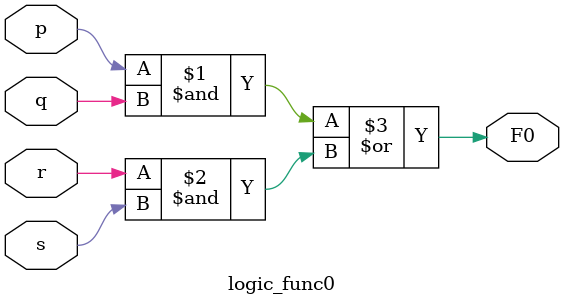
<source format=v>

module logic_func0 (
    input  wire p,        // Input signal p (first input)
    input  wire q,        // Input signal q (second input)
    input  wire r,        // Input signal r (third input)
    input  wire s,        // Input signal s (fourth input)
    output wire F0        // Output function F0
);

// F0 implements AND-OR logic: F0 = (p & q) | (r & s)
// This means F0 is 1 when:
//   - Both p AND q are 1, OR
//   - Both r AND s are 1, OR
//   - Both conditions are true
assign F0 = (p & q) | (r & s);

endmodule

</source>
